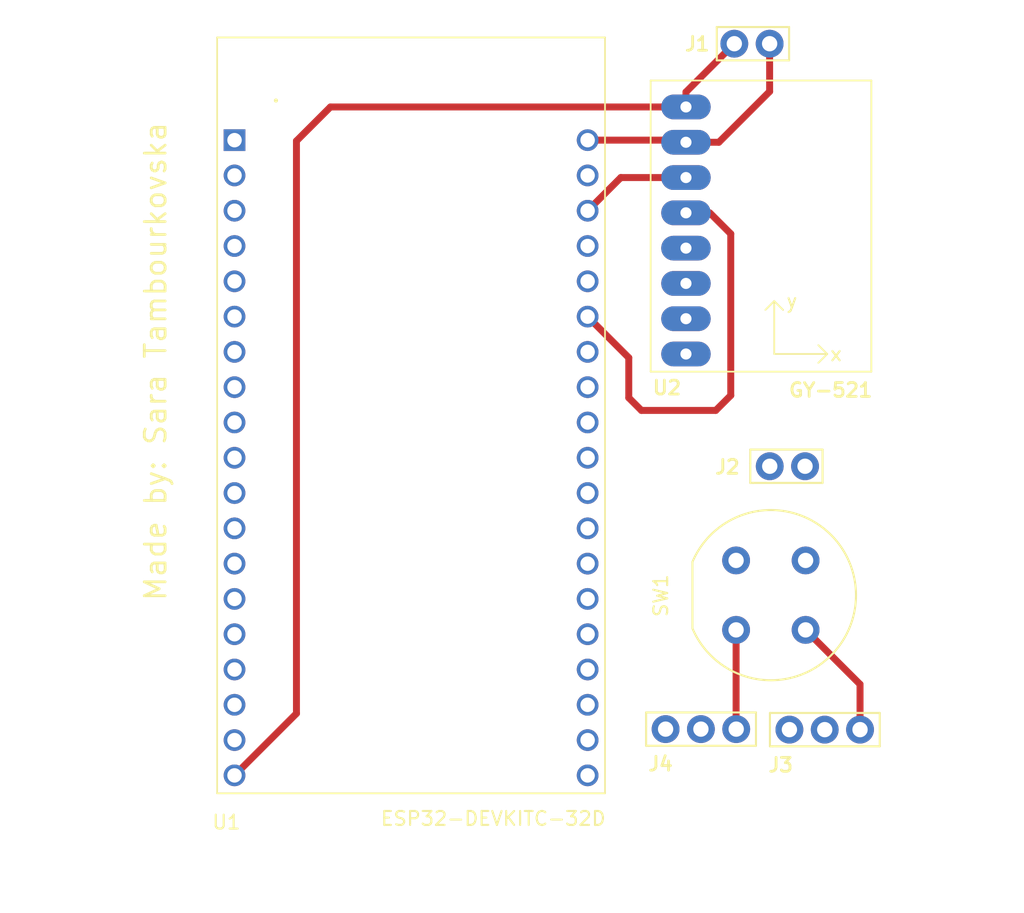
<source format=kicad_pcb>
(kicad_pcb (version 20221018) (generator pcbnew)
  (layers (0 "F.Cu" signal) (31 "B.Cu" signal) (34 "B.Paste" user) (35 "F.Paste" user) (36 "B.SilkS" user "B.Silkscreen") (37 "F.SilkS" user "F.Silkscreen") (38 "B.Mask" user) (39 "F.Mask" user) (44 "Edge.Cuts" user))
  (net 0 "")
  (net 1 "Net-(J1-VCC)")
  (net 2 "Net-(J1-GND)")
  (net 3 "Net-(J2-VCC)")
  (net 4 "Net-(J2-GND)")
  (net 5 "Net-(J3-Pin_1)")
  (net 6 "Net-(J3-Pin_2)")
  (net 7 "Net-(J4-Pin_1)")
  (net 8 "Net-(J4-Pin_2)")
  (net 28 "Net-(U1-IO22)")
  (net 31 "Net-(U1-IO21)")
  (net 36 "Net-(M1-PWM)")
  (net 37 "Net-(M2-PWM)")
  (net 45 "Net-(J3-Pin_3)")
  (net 46 "Net-(J4-Pin_3)")
  (footprint "MountingHole:MountingHole_2.1mm" (layer "F.Cu") (at 181.457604 134.762016)
    (fp_text reference "REF**" hide)
    (fp_text value "MountingHole_2.1mm")
    (pad "" np_thru_hole circle (at 0 0) (size 2.1 2.1) (drill 2.1) (layers "F&B.Cu" "*.Mask"))
  )
  (footprint "MountingHole:MountingHole_2.1mm" (layer "F.Cu") (at 181.258874 79.987229)
    (fp_text reference "REF**" hide)
    (fp_text value "MountingHole_2.1mm")
    (pad "" np_thru_hole circle (at 0 0) (size 2.1 2.1) (drill 2.1) (layers "F&B.Cu" "*.Mask"))
  )
  (footprint "GY-521:CONN_01x02" (layer "F.Cu") (at 171.205507 109.773055)
    (fp_text reference "J2" (at -3.041018 0.055753) (layer "F.SilkS") (effects (font (thickness 0.2))))
    (fp_text value "Conn_01x02" hide)
    (fp_line (start -1.4 -1.2) (end 3.8 -1.2) (stroke (width 0.15)) (layer "F.SilkS"))
    (fp_line (start -1.4 -0.2) (end -1.4 -1.2) (stroke (width 0.15)) (layer "F.SilkS"))
    (fp_line (start -1.4 1.2) (end -1.4 -0.2) (stroke (width 0.15)) (layer "F.SilkS"))
    (fp_line (start -1.2 1.2) (end -1.4 1.2) (stroke (width 0.15)) (layer "F.SilkS"))
    (fp_line (start 3.8 -1.2) (end 3.8 1.2) (stroke (width 0.15)) (layer "F.SilkS"))
    (fp_line (start 3.8 1.2) (end -1.2 1.2) (stroke (width 0.15)) (layer "F.SilkS"))
    (pad "1" thru_hole circle (at 0 0) (size 2 2) (drill 1.1) (layers "*.Cu" "*.Mask") (net 3 "Net-(J2-VCC)"))
    (pad "2" thru_hole circle (at 2.54 0) (size 2 2) (drill 1.1) (layers "*.Cu" "*.Mask") (net 4 "Net-(J2-GND)"))
  )
  (footprint "MountingHole:MountingHole_2.1mm" (layer "F.Cu") (at 127.36988 134.860415)
    (fp_text reference "REF**" hide)
    (fp_text value "MountingHole_2.1mm")
    (pad "" np_thru_hole circle (at 0 0) (size 2.1 2.1) (drill 2.1) (layers "F&B.Cu" "*.Mask"))
  )
  (footprint "GY-521:GY-521" (layer "F.Cu") (at 174.06915 92.804484)
    (fp_text reference "U2" (at -10.254323 11.318706) (layer "F.SilkS") (effects (font (thickness 0.2) bold)))
    (fp_text value "GY-521" (at 1.519669 11.489344) (layer "F.SilkS") (effects (font (thickness 0.2) bold)))
    (fp_text user "y" (at -1.27 5.08) (layer "F.SilkS"))
    (fp_text user "x" (at 1.905 8.89) (layer "F.SilkS"))
    (fp_line (start -11.43 -10.795) (end 4.445 -10.795) (stroke (width 0.127)) (layer "F.SilkS"))
    (fp_line (start -11.43 10.16) (end -11.43 -10.795) (stroke (width 0.127)) (layer "F.SilkS"))
    (fp_line (start -2.54 5.08) (end -3.175 5.715) (stroke (width 0.127)) (layer "F.SilkS"))
    (fp_line (start -2.54 5.08) (end -1.905 5.715) (stroke (width 0.127)) (layer "F.SilkS"))
    (fp_line (start -2.54 8.89) (end -2.54 5.08) (stroke (width 0.127)) (layer "F.SilkS"))
    (fp_line (start -2.54 8.89) (end 1.27 8.89) (stroke (width 0.127)) (layer "F.SilkS"))
    (fp_line (start 1.27 8.89) (end 0.635 8.255) (stroke (width 0.127)) (layer "F.SilkS"))
    (fp_line (start 1.27 8.89) (end 0.635 9.525) (stroke (width 0.127)) (layer "F.SilkS"))
    (fp_line (start 4.445 -10.795) (end 4.445 10.16) (stroke (width 0.127)) (layer "F.SilkS"))
    (fp_line (start 4.445 10.16) (end -11.43 10.16) (stroke (width 0.127)) (layer "F.SilkS"))
    (pad "1" thru_hole oval (at -8.89 -8.89) (size 3.556 1.778) (drill 0.8) (layers "*.Cu" "*.Mask") (net 2 "Net-(J1-GND)"))
    (pad "2" thru_hole oval (at -8.89 -6.35) (size 3.556 1.778) (drill 0.8) (layers "*.Cu" "*.Mask") (net 1 "Net-(J1-VCC)"))
    (pad "3" thru_hole oval (at -8.89 -3.81) (size 3.556 1.778) (drill 0.8) (layers "*.Cu" "*.Mask") (net 28 "Net-(U1-IO22)"))
    (pad "4" thru_hole oval (at -8.89 -1.27) (size 3.556 1.778) (drill 0.8) (layers "*.Cu" "*.Mask") (net 31 "Net-(U1-IO21)"))
    (pad "5" thru_hole oval (at -8.89 1.27) (size 3.556 1.778) (drill 0.8) (layers "*.Cu" "*.Mask"))
    (pad "6" thru_hole oval (at -8.89 3.81) (size 3.556 1.778) (drill 0.8) (layers "*.Cu" "*.Mask"))
    (pad "7" thru_hole oval (at -8.89 6.35) (size 3.556 1.778) (drill 0.8) (layers "*.Cu" "*.Mask"))
    (pad "8" thru_hole oval (at -8.89 8.89) (size 3.556 1.778) (drill 0.8) (layers "*.Cu" "*.Mask"))
  )
  (footprint "Button_Switch_THT:Push_E-Switch_KS01Q01" (layer "F.Cu") (at 173.78531 116.550718 -90)
    (fp_text reference "SW1" (at 2.538845 10.413333 90) (layer "F.SilkS"))
    (fp_text value "SW_Push_LED")
    (fp_line (start 4.89 8.14) (end 0.11 8.14) (stroke (width 0.15)) (layer "F.SilkS"))
    (fp_arc (start 0.11 8.14) (mid 2.496283 -3.625495) (end 4.896843 8.137095) (stroke (width 0.15)) (layer "F.SilkS"))
    (pad "1" thru_hole circle (at 0 0 270) (size 2 2) (drill 1.1) (layers "*.Cu" "*.Mask") (net 4 "Net-(J2-GND)"))
    (pad "2" thru_hole circle (at 5 0 270) (size 2 2) (drill 1.1) (layers "*.Cu" "*.Mask") (net 45 "Net-(J3-Pin_3)"))
    (pad "3" thru_hole circle (at 0 5 270) (size 2 2) (drill 1.1) (layers "*.Cu" "*.Mask") (net 3 "Net-(J2-VCC)"))
    (pad "4" thru_hole circle (at 5 5 270) (size 2 2) (drill 1.1) (layers "*.Cu" "*.Mask") (net 46 "Net-(J4-Pin_3)"))
  )
  (footprint "GY-521:CONN_01x02" (layer "F.Cu") (at 163.714189 128.692556)
    (fp_text reference "J4" (at -0.360782 2.504112) (layer "F.SilkS") (effects (font (thickness 0.2))))
    (fp_text value "Conn_01x03" hide)
    (fp_line (start -1.4 -1.2) (end 6.5 -1.2) (stroke (width 0.15)) (layer "F.SilkS"))
    (fp_line (start -1.4 -0.2) (end -1.4 -1.2) (stroke (width 0.15)) (layer "F.SilkS"))
    (fp_line (start -1.4 1.2) (end -1.4 -0.2) (stroke (width 0.15)) (layer "F.SilkS"))
    (fp_line (start -1.2 1.2) (end -1.4 1.2) (stroke (width 0.15)) (layer "F.SilkS"))
    (fp_line (start 6.5 -1.2) (end 6.5 1.2) (stroke (width 0.15)) (layer "F.SilkS"))
    (fp_line (start 6.5 1.2) (end -1.2 1.2) (stroke (width 0.15)) (layer "F.SilkS"))
    (pad "1" thru_hole circle (at 0 0) (size 2 2) (drill 1.1) (layers "*.Cu" "*.Mask") (net 7 "Net-(J4-Pin_1)"))
    (pad "2" thru_hole circle (at 2.54 0) (size 2 2) (drill 1.1) (layers "*.Cu" "*.Mask") (net 8 "Net-(J4-Pin_2)"))
    (pad "3" thru_hole circle (at 5.08 0) (size 2 2) (drill 1.1) (layers "*.Cu" "*.Mask") (net 46 "Net-(J4-Pin_3)"))
  )
  (footprint "GY-521:CONN_01x02" (layer "F.Cu") (at 171.197702 79.360886 180)
    (fp_text reference "J1" (at 5.204996 -0.020198) (layer "F.SilkS") (effects (font (thickness 0.2))))
    (fp_text value "Conn_01x02" hide)
    (fp_line (start -1.4 -1.2) (end 3.8 -1.2) (stroke (width 0.15)) (layer "F.SilkS"))
    (fp_line (start -1.4 -0.2) (end -1.4 -1.2) (stroke (width 0.15)) (layer "F.SilkS"))
    (fp_line (start -1.4 1.2) (end -1.4 -0.2) (stroke (width 0.15)) (layer "F.SilkS"))
    (fp_line (start -1.2 1.2) (end -1.4 1.2) (stroke (width 0.15)) (layer "F.SilkS"))
    (fp_line (start 3.8 -1.2) (end 3.8 1.2) (stroke (width 0.15)) (layer "F.SilkS"))
    (fp_line (start 3.8 1.2) (end -1.2 1.2) (stroke (width 0.15)) (layer "F.SilkS"))
    (pad "1" thru_hole circle (at 0 0 180) (size 2 2) (drill 1.1) (layers "*.Cu" "*.Mask") (net 1 "Net-(J1-VCC)"))
    (pad "2" thru_hole circle (at 2.54 0 180) (size 2 2) (drill 1.1) (layers "*.Cu" "*.Mask") (net 2 "Net-(J1-GND)"))
  )
  (footprint "MountingHole:MountingHole_2.1mm" (layer "F.Cu") (at 127.52532 79.829161)
    (fp_text reference "REF**" hide)
    (fp_text value "MountingHole_2.1mm")
    (pad "" np_thru_hole circle (at 0 0) (size 2.1 2.1) (drill 2.1) (layers "*.Cu" "*.Mask"))
  )
  (footprint "GY-521:CONN_01x02" (layer "F.Cu") (at 172.613847 128.764264)
    (fp_text reference "J3" hide)
    (fp_text value "Conn_01x03" hide)
    (fp_line (start -1.392926 -1.234926) (end 6.507074 -1.234926) (stroke (width 0.15)) (layer "F.SilkS"))
    (fp_line (start -1.392926 -0.234926) (end -1.392926 -1.234926) (stroke (width 0.15)) (layer "F.SilkS"))
    (fp_line (start -1.392926 1.165074) (end -1.392926 -0.234926) (stroke (width 0.15)) (layer "F.SilkS"))
    (fp_line (start -1.192926 1.165074) (end -1.392926 1.165074) (stroke (width 0.15)) (layer "F.SilkS"))
    (fp_line (start 6.507074 -1.234926) (end 6.507074 1.165074) (stroke (width 0.15)) (layer "F.SilkS"))
    (fp_line (start 6.507074 1.165074) (end -1.192926 1.165074) (stroke (width 0.15)) (layer "F.SilkS"))
    (pad "1" thru_hole circle (at 0.007074 -0.034926) (size 2 2) (drill 1.1) (layers "*.Cu" "*.Mask") (net 5 "Net-(J3-Pin_1)"))
    (pad "2" thru_hole circle (at 2.547074 -0.034926) (size 2 2) (drill 1.1) (layers "*.Cu" "*.Mask") (net 6 "Net-(J3-Pin_2)"))
    (pad "3" thru_hole circle (at 5.087074 -0.034926) (size 2 2) (drill 1.1) (layers "*.Cu" "*.Mask") (net 45 "Net-(J3-Pin_3)"))
  )
  (footprint "ESP32-DEVKITC-32D:MODULE_ESP32-DEVKITC-32D" (layer "F.Cu") (at 145.405711 106.062336)
    (fp_text reference "U1" (at -13.287776 29.332722) (layer "F.SilkS") (effects (font (size 1.000386 1.000386))))
    (fp_text value "ESP32-DEVKITC-32D" (at 5.912793 29.067887) (layer "F.SilkS") (effects (font (size 1.001047 1.001047))))
    (fp_line (start -13.95 -27.15) (end 13.95 -27.15) (stroke (width 0.127)) (layer "F.SilkS"))
    (fp_line (start -13.95 27.25) (end -13.95 -27.15) (stroke (width 0.127)) (layer "F.SilkS"))
    (fp_line (start 13.95 -27.15) (end 13.95 27.25) (stroke (width 0.127)) (layer "F.SilkS"))
    (fp_line (start 13.95 27.25) (end -13.95 27.25) (stroke (width 0.127)) (layer "F.SilkS"))
    (pad "J2-1" thru_hole rect (at -12.7 -19.76) (size 1.56 1.56) (drill 1.04) (layers "*.Cu" "*.Mask"))
    (pad "J2-2" thru_hole circle (at -12.7 -17.22) (size 1.56 1.56) (drill 1.04) (layers "*.Cu" "*.Mask"))
    (pad "J2-3" thru_hole circle (at -12.7 -14.68) (size 1.56 1.56) (drill 1.04) (layers "*.Cu" "*.Mask"))
    (pad "J2-4" thru_hole circle (at -12.7 -12.14) (size 1.56 1.56) (drill 1.04) (layers "*.Cu" "*.Mask"))
    (pad "J2-5" thru_hole circle (at -12.7 -9.6) (size 1.56 1.56) (drill 1.04) (layers "*.Cu" "*.Mask"))
    (pad "J2-6" thru_hole circle (at -12.7 -7.06) (size 1.56 1.56) (drill 1.04) (layers "*.Cu" "*.Mask"))
    (pad "J2-7" thru_hole circle (at -12.7 -4.52) (size 1.56 1.56) (drill 1.04) (layers "*.Cu" "*.Mask"))
    (pad "J2-8" thru_hole circle (at -12.7 -1.98) (size 1.56 1.56) (drill 1.04) (layers "*.Cu" "*.Mask"))
    (pad "J2-9" thru_hole circle (at -12.7 0.56) (size 1.56 1.56) (drill 1.04) (layers "*.Cu" "*.Mask"))
    (pad "J2-10" thru_hole circle (at -12.7 3.1) (size 1.56 1.56) (drill 1.04) (layers "*.Cu" "*.Mask"))
    (pad "J2-11" thru_hole circle (at -12.7 5.64) (size 1.56 1.56) (drill 1.04) (layers "*.Cu" "*.Mask"))
    (pad "J2-12" thru_hole circle (at -12.7 8.18) (size 1.56 1.56) (drill 1.04) (layers "*.Cu" "*.Mask"))
    (pad "J2-13" thru_hole circle (at -12.7 10.72) (size 1.56 1.56) (drill 1.04) (layers "*.Cu" "*.Mask"))
    (pad "J2-14" thru_hole circle (at -12.7 13.26) (size 1.56 1.56) (drill 1.04) (layers "*.Cu" "*.Mask"))
    (pad "J2-15" thru_hole circle (at -12.7 15.8) (size 1.56 1.56) (drill 1.04) (layers "*.Cu" "*.Mask"))
    (pad "J2-16" thru_hole circle (at -12.7 18.34) (size 1.56 1.56) (drill 1.04) (layers "*.Cu" "*.Mask"))
    (pad "J2-17" thru_hole circle (at -12.7 20.88) (size 1.56 1.56) (drill 1.04) (layers "*.Cu" "*.Mask"))
    (pad "J2-18" thru_hole circle (at -12.7 23.42) (size 1.56 1.56) (drill 1.04) (layers "*.Cu" "*.Mask"))
    (pad "J2-19" thru_hole circle (at -12.7 25.96) (size 1.56 1.56) (drill 1.04) (layers "*.Cu" "*.Mask") (net 2 "Net-(J1-GND)"))
    (pad "J3-1" thru_hole circle (at 12.7 -19.76) (size 1.56 1.56) (drill 1.04) (layers "*.Cu" "*.Mask") (net 1 "Net-(J1-VCC)"))
    (pad "J3-2" thru_hole circle (at 12.7 -17.22) (size 1.56 1.56) (drill 1.04) (layers "*.Cu" "*.Mask"))
    (pad "J3-3" thru_hole circle (at 12.7 -14.68) (size 1.56 1.56) (drill 1.04) (layers "*.Cu" "*.Mask") (net 28 "Net-(U1-IO22)"))
    (pad "J3-4" thru_hole circle (at 12.7 -12.14) (size 1.56 1.56) (drill 1.04) (layers "*.Cu" "*.Mask"))
    (pad "J3-5" thru_hole circle (at 12.7 -9.6) (size 1.56 1.56) (drill 1.04) (layers "*.Cu" "*.Mask"))
    (pad "J3-6" thru_hole circle (at 12.7 -7.06) (size 1.56 1.56) (drill 1.04) (layers "*.Cu" "*.Mask") (net 31 "Net-(U1-IO21)"))
    (pad "J3-7" thru_hole circle (at 12.7 -4.52) (size 1.56 1.56) (drill 1.04) (layers "*.Cu" "*.Mask"))
    (pad "J3-8" thru_hole circle (at 12.7 -1.98) (size 1.56 1.56) (drill 1.04) (layers "*.Cu" "*.Mask"))
    (pad "J3-9" thru_hole circle (at 12.7 0.56) (size 1.56 1.56) (drill 1.04) (layers "*.Cu" "*.Mask"))
    (pad "J3-10" thru_hole circle (at 12.7 3.1) (size 1.56 1.56) (drill 1.04) (layers "*.Cu" "*.Mask"))
    (pad "J3-11" thru_hole circle (at 12.7 5.64) (size 1.56 1.56) (drill 1.04) (layers "*.Cu" "*.Mask") (net 36 "Net-(M1-PWM)"))
    (pad "J3-12" thru_hole circle (at 12.7 8.18) (size 1.56 1.56) (drill 1.04) (layers "*.Cu" "*.Mask") (net 37 "Net-(M2-PWM)"))
    (pad "J3-13" thru_hole circle (at 12.7 10.72) (size 1.56 1.56) (drill 1.04) (layers "*.Cu" "*.Mask"))
    (pad "J3-14" thru_hole circle (at 12.7 13.26) (size 1.56 1.56) (drill 1.04) (layers "*.Cu" "*.Mask"))
    (pad "J3-15" thru_hole circle (at 12.7 15.8) (size 1.56 1.56) (drill 1.04) (layers "*.Cu" "*.Mask"))
    (pad "J3-16" thru_hole circle (at 12.7 18.34) (size 1.56 1.56) (drill 1.04) (layers "*.Cu" "*.Mask"))
    (pad "J3-17" thru_hole circle (at 12.7 20.88) (size 1.56 1.56) (drill 1.04) (layers "*.Cu" "*.Mask"))
    (pad "J3-18" thru_hole circle (at 12.7 23.42) (size 1.56 1.56) (drill 1.04) (layers "*.Cu" "*.Mask"))
    (pad "J3-19" thru_hole circle (at 12.7 25.96) (size 1.56 1.56) (drill 1.04) (layers "*.Cu" "*.Mask"))
  )
  (gr_circle (center 135.68531 83.450718) (end 135.68531 83.450718) (stroke (width 0.15)) (fill none) (layer "F.SilkS"))
  (gr_text "J3" (at 171.995403 131.276686) (layer "F.SilkS") (effects (font (size 1 1) (thickness 0.2))))
  (gr_text "Made by: Sara Tambourkovska" (at 127.907356 119.581227 90) (layer "F.SilkS") (effects (font (size 1.5 1.5) (thickness 0.2)) (justify left bottom)))
  (segment (start 165.027002 86.302336) (end 165.17915 86.454484) (width 0.25) (layer "F.Cu") (net 1))
  (segment (start 167.545516 86.454484) (end 171.197702 82.802298) (width 0.5) (layer "F.Cu") (net 1))
  (segment (start 171.197702 82.802298) (end 171.197702 79.360886) (width 0.5) (layer "F.Cu") (net 1))
  (segment (start 158.105711 86.302336) (end 165.027002 86.302336) (width 0.5) (layer "F.Cu") (net 1))
  (segment (start 165.17915 86.454484) (end 167.545516 86.454484) (width 0.5) (layer "F.Cu") (net 1))
  (segment (start 165.17915 82.839438) (end 165.17915 83.914484) (width 0.5) (layer "F.Cu") (net 2))
  (segment (start 137.16 127.568047) (end 132.705711 132.022336) (width 0.5) (layer "F.Cu") (net 2))
  (segment (start 165.17915 83.914484) (end 139.605516 83.914484) (width 0.5) (layer "F.Cu") (net 2))
  (segment (start 137.16 86.36) (end 137.16 127.568047) (width 0.5) (layer "F.Cu") (net 2))
  (segment (start 168.657702 79.360886) (end 165.17915 82.839438) (width 0.5) (layer "F.Cu") (net 2))
  (segment (start 139.605516 83.914484) (end 137.16 86.36) (width 0.5) (layer "F.Cu") (net 2))
  (segment (start 165.17915 88.994484) (end 160.493563 88.994484) (width 0.5) (layer "F.Cu") (net 28))
  (segment (start 160.493563 88.994484) (end 158.105711 91.382336) (width 0.5) (layer "F.Cu") (net 28))
  (segment (start 161.975595 105.755655) (end 161.064829 104.844889) (width 0.5) (layer "F.Cu") (net 31))
  (segment (start 161.064829 104.844889) (end 161.064829 101.961454) (width 0.5) (layer "F.Cu") (net 31))
  (segment (start 167.322677 105.755655) (end 161.975595 105.755655) (width 0.5) (layer "F.Cu") (net 31))
  (segment (start 158.105711 99.019) (end 158.105711 99.002336) (width 0.25) (layer "F.Cu") (net 31))
  (segment (start 158.105711 99.019) (end 158.068066 99.056645) (width 0.25) (layer "F.Cu") (net 31))
  (segment (start 168.401386 93.043618) (end 168.401386 104.676946) (width 0.5) (layer "F.Cu") (net 31))
  (segment (start 166.892252 91.534484) (end 165.17915 91.534484) (width 0.25) (layer "F.Cu") (net 31))
  (segment (start 166.892252 91.534484) (end 168.401386 93.043618) (width 0.5) (layer "F.Cu") (net 31))
  (segment (start 161.064829 101.961454) (end 158.105711 99.002336) (width 0.5) (layer "F.Cu") (net 31))
  (segment (start 168.401386 104.676946) (end 167.322677 105.755655) (width 0.5) (layer "F.Cu") (net 31))
  (segment (start 177.700921 128.729338) (end 177.700921 125.466329) (width 0.5) (layer "F.Cu") (net 45))
  (segment (start 177.700921 125.466329) (end 173.78531 121.550718) (width 0.5) (layer "F.Cu") (net 45))
  (segment (start 168.78531 121.550718) (end 168.78531 128.683677) (width 0.5) (layer "F.Cu") (net 46))
  (segment (start 168.78531 128.683677) (end 168.794189 128.692556) (width 0.25) (layer "F.Cu") (net 46))
)
</source>
